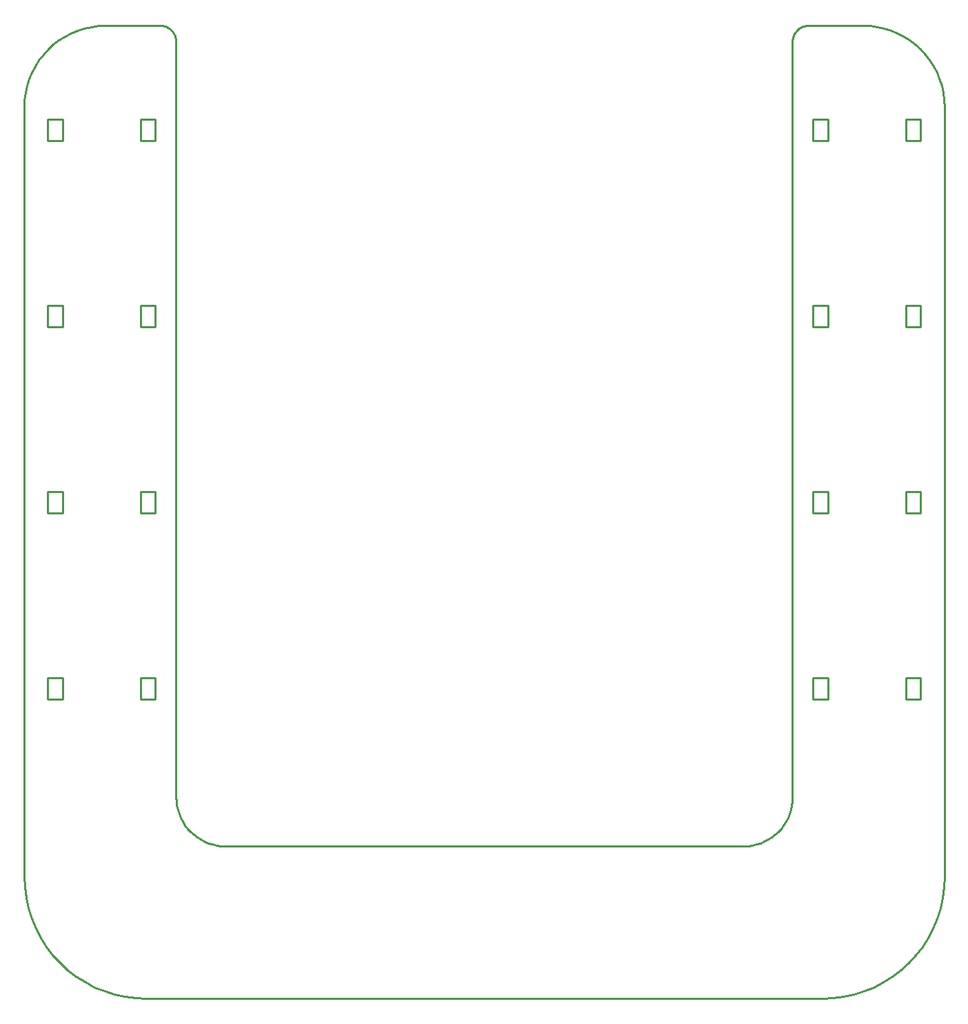
<source format=gbr>
G04 EAGLE Gerber RS-274X export*
G75*
%MOMM*%
%FSLAX34Y34*%
%LPD*%
%IN*%
%IPPOS*%
%AMOC8*
5,1,8,0,0,1.08239X$1,22.5*%
G01*
G04 Define Apertures*
%ADD10C,0.254000*%
D10*
X-565000Y125000D02*
X-564429Y111927D01*
X-562721Y98953D01*
X-559889Y86177D01*
X-555954Y73697D01*
X-550946Y61607D01*
X-544904Y50000D01*
X-537873Y38964D01*
X-529907Y28582D01*
X-521066Y18934D01*
X-511418Y10093D01*
X-501036Y2127D01*
X-490000Y-4904D01*
X-478393Y-10946D01*
X-466303Y-15954D01*
X-453823Y-19889D01*
X-441047Y-22721D01*
X-428073Y-24429D01*
X-415000Y-25000D01*
X415000Y-25000D01*
X428073Y-24429D01*
X441047Y-22721D01*
X453823Y-19889D01*
X466303Y-15954D01*
X478393Y-10946D01*
X490000Y-4904D01*
X501037Y2127D01*
X511418Y10093D01*
X521066Y18934D01*
X529907Y28582D01*
X537873Y38964D01*
X544904Y50000D01*
X550946Y61607D01*
X555954Y73697D01*
X559889Y86177D01*
X562721Y98953D01*
X564429Y111927D01*
X565000Y125000D01*
X565000Y1070000D01*
X564619Y1078716D01*
X563481Y1087365D01*
X561593Y1095882D01*
X558969Y1104202D01*
X555631Y1112262D01*
X551603Y1120000D01*
X546915Y1127358D01*
X541604Y1134279D01*
X535711Y1140711D01*
X529279Y1146605D01*
X522358Y1151916D01*
X515000Y1156603D01*
X507262Y1160631D01*
X499202Y1163970D01*
X490882Y1166593D01*
X482365Y1168481D01*
X473716Y1169620D01*
X465000Y1170000D01*
X398450Y1170000D01*
X396707Y1169924D01*
X394977Y1169696D01*
X393274Y1169319D01*
X391610Y1168794D01*
X389998Y1168126D01*
X388450Y1167321D01*
X386978Y1166383D01*
X385594Y1165321D01*
X384308Y1164142D01*
X383129Y1162856D01*
X382067Y1161472D01*
X381130Y1160000D01*
X380324Y1158453D01*
X379656Y1156841D01*
X379131Y1155177D01*
X378754Y1153473D01*
X378526Y1151743D01*
X378450Y1150000D01*
X378450Y222380D01*
X378222Y217151D01*
X377538Y211961D01*
X376406Y206851D01*
X374832Y201859D01*
X372828Y197023D01*
X370412Y192380D01*
X367599Y187965D01*
X364413Y183813D01*
X360876Y179954D01*
X357017Y176417D01*
X352865Y173231D01*
X348450Y170418D01*
X343807Y168002D01*
X338971Y165998D01*
X333979Y164424D01*
X328869Y163292D01*
X323679Y162608D01*
X318450Y162380D01*
X-318450Y162380D01*
X-323679Y162608D01*
X-328869Y163292D01*
X-333979Y164424D01*
X-338971Y165998D01*
X-343807Y168002D01*
X-348450Y170418D01*
X-352865Y173231D01*
X-357017Y176417D01*
X-360876Y179954D01*
X-364413Y183813D01*
X-367599Y187965D01*
X-370412Y192380D01*
X-372828Y197023D01*
X-374832Y201859D01*
X-376406Y206851D01*
X-377538Y211961D01*
X-378222Y217151D01*
X-378450Y222380D01*
X-378450Y1150000D01*
X-378526Y1151743D01*
X-378754Y1153473D01*
X-379131Y1155176D01*
X-379656Y1156840D01*
X-380324Y1158452D01*
X-381130Y1160000D01*
X-382067Y1161472D01*
X-383129Y1162856D01*
X-384308Y1164142D01*
X-385594Y1165321D01*
X-386978Y1166383D01*
X-388450Y1167321D01*
X-389998Y1168126D01*
X-391610Y1168794D01*
X-393274Y1169319D01*
X-394977Y1169696D01*
X-396707Y1169924D01*
X-398450Y1170000D01*
X-465000Y1170000D01*
X-473716Y1169619D01*
X-482365Y1168481D01*
X-490882Y1166593D01*
X-499202Y1163969D01*
X-507262Y1160631D01*
X-515000Y1156603D01*
X-522358Y1151915D01*
X-529279Y1146604D01*
X-535711Y1140711D01*
X-541604Y1134279D01*
X-546915Y1127358D01*
X-551603Y1120000D01*
X-555631Y1112262D01*
X-558969Y1104202D01*
X-561593Y1095882D01*
X-563481Y1087365D01*
X-564619Y1078716D01*
X-565000Y1070000D01*
X-565000Y125000D01*
X-535900Y342600D02*
X-517900Y342600D01*
X-517900Y368600D01*
X-535900Y368600D01*
X-535900Y342600D01*
X-421900Y342600D02*
X-403900Y342600D01*
X-403900Y368600D01*
X-421900Y368600D01*
X-421900Y342600D01*
X-535900Y571200D02*
X-517900Y571200D01*
X-517900Y597200D01*
X-535900Y597200D01*
X-535900Y571200D01*
X-421900Y571200D02*
X-403900Y571200D01*
X-403900Y597200D01*
X-421900Y597200D01*
X-421900Y571200D01*
X-535900Y799800D02*
X-517900Y799800D01*
X-517900Y825800D01*
X-535900Y825800D01*
X-535900Y799800D01*
X-421900Y799800D02*
X-403900Y799800D01*
X-403900Y825800D01*
X-421900Y825800D01*
X-421900Y799800D01*
X-421900Y1028400D02*
X-403900Y1028400D01*
X-403900Y1054400D01*
X-421900Y1054400D01*
X-421900Y1028400D01*
X-535900Y1028400D02*
X-517900Y1028400D01*
X-517900Y1054400D01*
X-535900Y1054400D01*
X-535900Y1028400D01*
X403900Y799800D02*
X421900Y799800D01*
X421900Y825800D01*
X403900Y825800D01*
X403900Y799800D01*
X403900Y342600D02*
X421900Y342600D01*
X421900Y368600D01*
X403900Y368600D01*
X403900Y342600D01*
X517900Y571200D02*
X535900Y571200D01*
X535900Y597200D01*
X517900Y597200D01*
X517900Y571200D01*
X403900Y571200D02*
X421900Y571200D01*
X421900Y597200D01*
X403900Y597200D01*
X403900Y571200D01*
X517900Y342600D02*
X535900Y342600D01*
X535900Y368600D01*
X517900Y368600D01*
X517900Y342600D01*
X517900Y799800D02*
X535900Y799800D01*
X535900Y825800D01*
X517900Y825800D01*
X517900Y799800D01*
X403900Y1028400D02*
X421900Y1028400D01*
X421900Y1054400D01*
X403900Y1054400D01*
X403900Y1028400D01*
X517900Y1028400D02*
X535900Y1028400D01*
X535900Y1054400D01*
X517900Y1054400D01*
X517900Y1028400D01*
X403900Y342600D02*
X421900Y342600D01*
X421900Y368600D01*
X403900Y368600D01*
X403900Y342600D01*
X517900Y342600D02*
X535900Y342600D01*
X535900Y368600D01*
X517900Y368600D01*
X517900Y342600D01*
X403900Y571200D02*
X421900Y571200D01*
X421900Y597200D01*
X403900Y597200D01*
X403900Y571200D01*
X517900Y571200D02*
X535900Y571200D01*
X535900Y597200D01*
X517900Y597200D01*
X517900Y571200D01*
X403900Y799800D02*
X421900Y799800D01*
X421900Y825800D01*
X403900Y825800D01*
X403900Y799800D01*
X517900Y799800D02*
X535900Y799800D01*
X535900Y825800D01*
X517900Y825800D01*
X517900Y799800D01*
X403900Y1028400D02*
X421900Y1028400D01*
X421900Y1054400D01*
X403900Y1054400D01*
X403900Y1028400D01*
X517900Y1028400D02*
X535900Y1028400D01*
X535900Y1054400D01*
X517900Y1054400D01*
X517900Y1028400D01*
X-535900Y342600D02*
X-517900Y342600D01*
X-517900Y368600D01*
X-535900Y368600D01*
X-535900Y342600D01*
X-421900Y342600D02*
X-403900Y342600D01*
X-403900Y368600D01*
X-421900Y368600D01*
X-421900Y342600D01*
X-535900Y571200D02*
X-517900Y571200D01*
X-517900Y597200D01*
X-535900Y597200D01*
X-535900Y571200D01*
X-421900Y571200D02*
X-403900Y571200D01*
X-403900Y597200D01*
X-421900Y597200D01*
X-421900Y571200D01*
X-535900Y799800D02*
X-517900Y799800D01*
X-517900Y825800D01*
X-535900Y825800D01*
X-535900Y799800D01*
X-421900Y799800D02*
X-403900Y799800D01*
X-403900Y825800D01*
X-421900Y825800D01*
X-421900Y799800D01*
X-421900Y1028400D02*
X-403900Y1028400D01*
X-403900Y1054400D01*
X-421900Y1054400D01*
X-421900Y1028400D01*
X-535900Y1028400D02*
X-517900Y1028400D01*
X-517900Y1054400D01*
X-535900Y1054400D01*
X-535900Y1028400D01*
M02*

</source>
